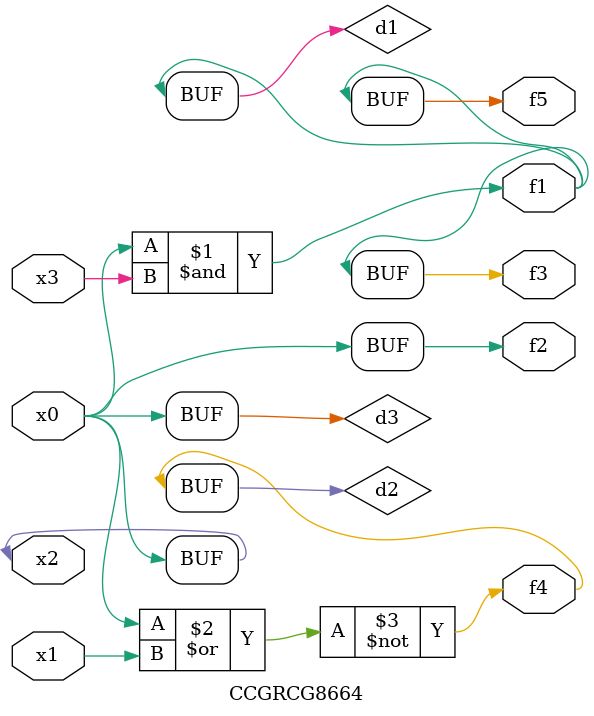
<source format=v>
module CCGRCG8664(
	input x0, x1, x2, x3,
	output f1, f2, f3, f4, f5
);

	wire d1, d2, d3;

	and (d1, x2, x3);
	nor (d2, x0, x1);
	buf (d3, x0, x2);
	assign f1 = d1;
	assign f2 = d3;
	assign f3 = d1;
	assign f4 = d2;
	assign f5 = d1;
endmodule

</source>
